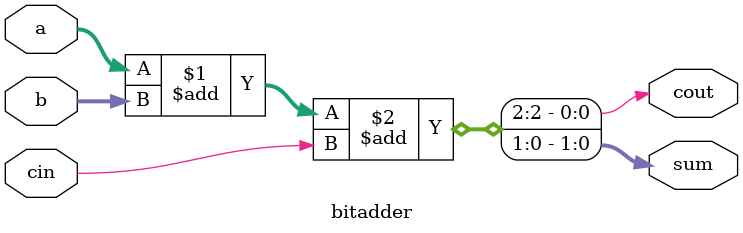
<source format=v>
module bitadder ( a,b,cin,cout,sum);
    input [1:0] a,b;
    input cin;
    output cout;
    output [1:0] sum;
    assign {cout,sum} = a + b + cin;

    
endmodule
</source>
